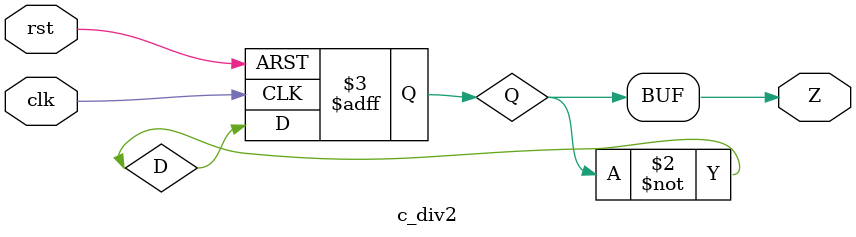
<source format=v>
module c_div2(
input clk,
input rst,
output Z
);


reg Q;
wire D;

always @(negedge clk or posedge rst)
begin
  if (rst) begin
	Q<=1'b0;
	end
  else begin
	Q<=D;
  end
end

assign D=~Q;

assign Z = Q;

endmodule


</source>
